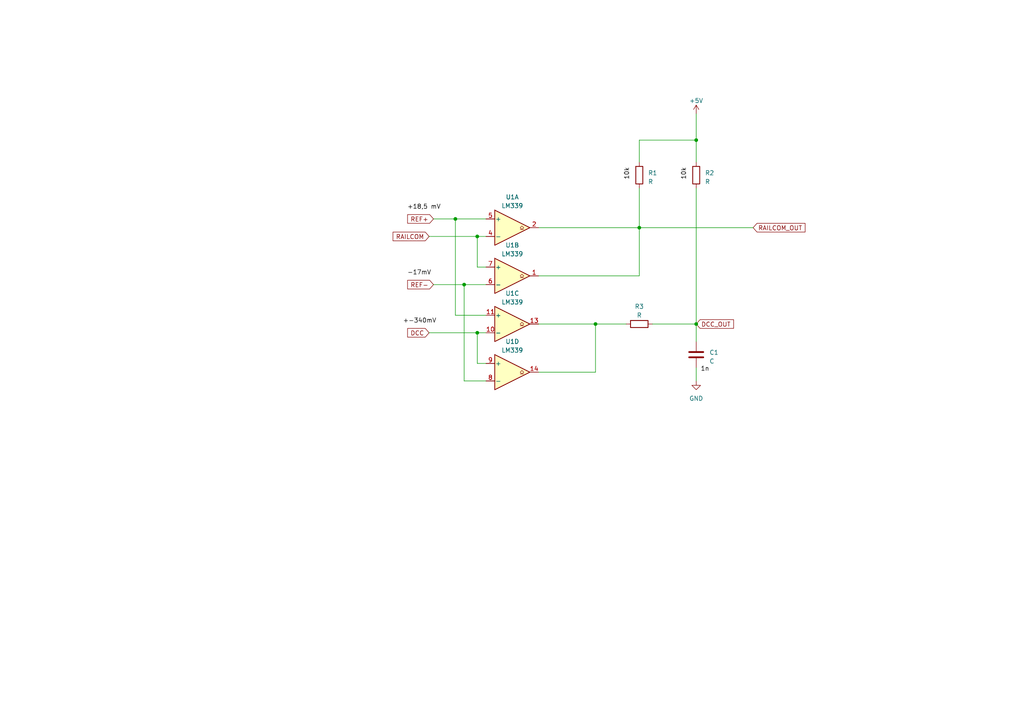
<source format=kicad_sch>
(kicad_sch (version 20230121) (generator eeschema)
  (paper "A4")
  (lib_symbols
    (symbol "Comparator:LM339" (pin_names (offset 0.127))
      (property "Reference" "U" (at 0 5.08 0))
      (property "Value" "LM339" (at 0 -5.08 0))
      (symbol "LM339_1_1"
        (polyline (pts (xy -5.08 5.08) (xy 5.08 0) (xy -5.08 -5.08) (xy -5.08 5.08)) (stroke (width 0.254)) (fill (type background)))
        (polyline (pts (xy 3.302 -0.508) (xy 2.794 -0.508) (xy 3.302 0) (xy 2.794 0.508) (xy 2.286 0) (xy 2.794 -0.508) (xy 2.286 -0.508)) (stroke (width 0.127)))
        (pin open_collector line (at 7.62 0 180) (length 2.54) (name "~") (number "2"))
        (pin input line (at -7.62 -2.54 0) (length 2.54) (name "-") (number "4"))
        (pin input line (at -7.62 2.54 0) (length 2.54) (name "+") (number "5"))
      )
      (symbol "LM339_2_1"
        (polyline (pts (xy -5.08 5.08) (xy 5.08 0) (xy -5.08 -5.08) (xy -5.08 5.08)) (stroke (width 0.254)) (fill (type background)))
        (polyline (pts (xy 3.302 -0.508) (xy 2.794 -0.508) (xy 3.302 0) (xy 2.794 0.508) (xy 2.286 0) (xy 2.794 -0.508) (xy 2.286 -0.508)) (stroke (width 0.127)))
        (pin open_collector line (at 7.62 0 180) (length 2.54) (name "~") (number "1"))
        (pin input line (at -7.62 -2.54 0) (length 2.54) (name "-") (number "6"))
        (pin input line (at -7.62 2.54 0) (length 2.54) (name "+") (number "7"))
      )
      (symbol "LM339_3_1"
        (polyline (pts (xy -5.08 5.08) (xy 5.08 0) (xy -5.08 -5.08) (xy -5.08 5.08)) (stroke (width 0.254)) (fill (type background)))
        (polyline (pts (xy 3.302 -0.508) (xy 2.794 -0.508) (xy 3.302 0) (xy 2.794 0.508) (xy 2.286 0) (xy 2.794 -0.508) (xy 2.286 -0.508)) (stroke (width 0.127)))
        (pin input line (at -7.62 -2.54 0) (length 2.54) (name "-") (number "10"))
        (pin input line (at -7.62 2.54 0) (length 2.54) (name "+") (number "11"))
        (pin open_collector line (at 7.62 0 180) (length 2.54) (name "~") (number "13"))
      )
      (symbol "LM339_4_1"
        (polyline (pts (xy -5.08 5.08) (xy 5.08 0) (xy -5.08 -5.08) (xy -5.08 5.08)) (stroke (width 0.254)) (fill (type background)))
        (polyline (pts (xy 3.302 -0.508) (xy 2.794 -0.508) (xy 3.302 0) (xy 2.794 0.508) (xy 2.286 0) (xy 2.794 -0.508) (xy 2.286 -0.508)) (stroke (width 0.127)))
        (pin open_collector line (at 7.62 0 180) (length 2.54) (name "~") (number "14"))
        (pin input line (at -7.62 -2.54 0) (length 2.54) (name "-") (number "8"))
        (pin input line (at -7.62 2.54 0) (length 2.54) (name "+") (number "9"))
      )
      (symbol "LM339_5_1"
        (pin power_in line (at -2.54 -7.62 90) (length 3.81) (name "V-") (number "12"))
        (pin power_in line (at -2.54 7.62 270) (length 3.81) (name "V+") (number "3"))
      )
    )
    (symbol "Device:C" (pin_numbers hide) (pin_names (offset 0.254))
      (property "Reference" "C" (at 0.635 2.54 0))
      (property "Value" "C" (at 0.635 -2.54 0))
      (symbol "C_0_1"
        (polyline (pts (xy -2.032 -0.762) (xy 2.032 -0.762)) (stroke (width 0.508)))
        (polyline (pts (xy -2.032 0.762) (xy 2.032 0.762)) (stroke (width 0.508)))
      )
      (symbol "C_1_1"
        (pin passive line (at 0 3.81 270) (length 2.794) (name "~") (number "1"))
        (pin passive line (at 0 -3.81 90) (length 2.794) (name "~") (number "2"))
      )
    )
    (symbol "Device:R" (pin_numbers hide) (pin_names (offset 0))
      (property "Reference" "R" (at 2.032 0 90))
      (property "Value" "R" (at 0 0 90))
      (symbol "R_0_1"
        (rectangle (start -1.016 -2.54) (end 1.016 2.54) (stroke (width 0.254)))
      )
      (symbol "R_1_1"
        (pin passive line (at 0 3.81 270) (length 1.27) (name "~") (number "1"))
        (pin passive line (at 0 -3.81 90) (length 1.27) (name "~") (number "2"))
      )
    )
    (symbol "power:+5V" (power) (pin_names (offset 0))
      (property "Value" "+5V" (at 0 3.556 0))
      (symbol "+5V_0_1"
        (polyline (pts (xy -0.762 1.27) (xy 0 2.54)))
        (polyline (pts (xy 0 0) (xy 0 2.54)))
        (polyline (pts (xy 0 2.54) (xy 0.762 1.27)))
      )
      (symbol "+5V_1_1"
        (pin power_in line (at 0 0 90) (length 0) hide (name "+5V") (number "1"))
      )
    )
    (symbol "power:GND" (power) (pin_names (offset 0))
      (property "Value" "GND" (at 0 -3.81 0))
      (symbol "GND_0_1"
        (polyline (pts (xy 0 0) (xy 0 -1.27) (xy 1.27 -1.27) (xy 0 -2.54) (xy -1.27 -1.27) (xy 0 -1.27)))
      )
      (symbol "GND_1_1"
        (pin power_in line (at 0 0 270) (length 0) hide (name "GND") (number "1"))
      )
    )
  )
  (junction (at 138.43 96.52))
  (junction (at 172.72 93.98))
  (junction (at 138.43 68.58))
  (junction (at 185.42 66.04))
  (junction (at 132.08 63.5))
  (junction (at 201.93 40.64))
  (junction (at 134.62 82.55))
  (junction (at 201.93 93.98))
  (wire (pts (xy 201.93 33.02) (xy 201.93 40.64)))
  (wire (pts (xy 201.93 40.64) (xy 201.93 46.99)))
  (wire (pts (xy 156.21 93.98) (xy 172.72 93.98)))
  (wire (pts (xy 172.72 107.95) (xy 172.72 93.98)))
  (wire (pts (xy 124.46 96.52) (xy 138.43 96.52)))
  (wire (pts (xy 125.73 63.5) (xy 132.08 63.5)))
  (wire (pts (xy 140.97 110.49) (xy 134.62 110.49)))
  (wire (pts (xy 201.93 106.68) (xy 201.93 110.49)))
  (wire (pts (xy 201.93 93.98) (xy 201.93 99.06)))
  (wire (pts (xy 156.21 66.04) (xy 185.42 66.04)))
  (wire (pts (xy 132.08 63.5) (xy 140.97 63.5)))
  (wire (pts (xy 140.97 91.44) (xy 132.08 91.44)))
  (wire (pts (xy 138.43 105.41) (xy 138.43 96.52)))
  (wire (pts (xy 185.42 40.64) (xy 185.42 46.99)))
  (wire (pts (xy 134.62 110.49) (xy 134.62 82.55)))
  (wire (pts (xy 125.73 82.55) (xy 134.62 82.55)))
  (wire (pts (xy 185.42 66.04) (xy 218.44 66.04)))
  (wire (pts (xy 140.97 77.47) (xy 138.43 77.47)))
  (wire (pts (xy 138.43 96.52) (xy 140.97 96.52)))
  (wire (pts (xy 156.21 107.95) (xy 172.72 107.95)))
  (wire (pts (xy 185.42 54.61) (xy 185.42 66.04)))
  (wire (pts (xy 185.42 66.04) (xy 185.42 80.01)))
  (wire (pts (xy 189.23 93.98) (xy 201.93 93.98)))
  (wire (pts (xy 140.97 105.41) (xy 138.43 105.41)))
  (wire (pts (xy 134.62 82.55) (xy 140.97 82.55)))
  (wire (pts (xy 156.21 80.01) (xy 185.42 80.01)))
  (wire (pts (xy 201.93 54.61) (xy 201.93 93.98)))
  (wire (pts (xy 172.72 93.98) (xy 181.61 93.98)))
  (wire (pts (xy 138.43 77.47) (xy 138.43 68.58)))
  (wire (pts (xy 124.46 68.58) (xy 138.43 68.58)))
  (wire (pts (xy 132.08 91.44) (xy 132.08 63.5)))
  (wire (pts (xy 138.43 68.58) (xy 140.97 68.58)))
  (wire (pts (xy 201.93 40.64) (xy 185.42 40.64)))
  (label "10k" (at 199.39 52.07 90))
  (label "+-340mV" (at 116.84 93.98 0))
  (label "-17mV" (at 118.11 80.01 0))
  (label "10k" (at 182.88 52.07 90))
  (label "1n" (at 203.2 107.95 0))
  (label "+18,5 mV" (at 118.11 60.96 0))
  (global_label "RAILCOM" (shape input) (at 124.46 68.58 180) (property "Intersheetrefs" "${INTERSHEET_REFS}" (effects hide)))
  (global_label "DCC" (shape input) (at 124.46 96.52 180) (property "Intersheetrefs" "${INTERSHEET_REFS}" (effects hide)))
  (global_label "REF+" (shape input) (at 125.73 63.5 180) (property "Intersheetrefs" "${INTERSHEET_REFS}" (effects hide)))
  (global_label "REF-" (shape input) (at 125.73 82.55 180) (property "Intersheetrefs" "${INTERSHEET_REFS}" (effects hide)))
  (global_label "RAILCOM_OUT" (shape input) (at 218.44 66.04 0) (property "Intersheetrefs" "${INTERSHEET_REFS}" (effects hide)))
  (global_label "DCC_OUT" (shape input) (at 201.93 93.98 0) (property "Intersheetrefs" "${INTERSHEET_REFS}" (effects hide)))
  (symbol (lib_id "Comparator:LM339") (at 148.59 80.01 0) (unit 2)
    (property "Reference" "U1" (at 148.59 71.12 0))
    (property "Value" "LM339" (at 148.59 73.66 0))
    (property "Datasheet" "https://www.st.com/resource/en/datasheet/lm139.pdf" (effects hide))
  )
  (symbol (lib_id "Comparator:LM339") (at 148.59 107.95 0) (unit 4)
    (property "Reference" "U1" (at 148.59 99.06 0))
    (property "Value" "LM339" (at 148.59 101.6 0))
    (property "Datasheet" "https://www.st.com/resource/en/datasheet/lm139.pdf" (effects hide))
  )
  (symbol (lib_id "Device:R") (at 201.93 50.8 0) (unit 1)
    (property "Reference" "R2" (at 204.47 50.165 0) (effects (justify left)))
    (property "Value" "R" (at 204.47 52.705 0) (effects (justify left)))
  )
  (symbol (lib_id "Device:R") (at 185.42 93.98 270) (unit 1)
    (property "Reference" "R3" (at 185.42 88.9 90))
    (property "Value" "R" (at 185.42 91.44 90))
  )
  (symbol (lib_id "Comparator:LM339") (at 148.59 93.98 0) (unit 3)
    (property "Reference" "U1" (at 148.59 85.09 0))
    (property "Value" "LM339" (at 148.59 87.63 0))
    (property "Datasheet" "https://www.st.com/resource/en/datasheet/lm139.pdf" (effects hide))
  )
  (symbol (lib_id "power:+5V") (at 201.93 33.02 0) (unit 1)
    (property "Reference" "#PWR02" (effects hide))
    (property "Value" "+5V" (at 201.93 29.21 0))
  )
  (symbol (lib_id "Device:R") (at 185.42 50.8 0) (unit 1)
    (property "Reference" "R1" (at 187.96 50.165 0) (effects (justify left)))
    (property "Value" "R" (at 187.96 52.705 0) (effects (justify left)))
  )
  (symbol (lib_id "Comparator:LM339") (at 148.59 66.04 0) (unit 1)
    (property "Reference" "U1" (at 148.59 57.15 0))
    (property "Value" "LM339" (at 148.59 59.69 0))
    (property "Datasheet" "https://www.st.com/resource/en/datasheet/lm139.pdf" (effects hide))
  )
  (symbol (lib_id "power:GND") (at 201.93 110.49 0) (unit 1)
    (property "Reference" "#PWR01" (effects hide))
    (property "Value" "GND" (at 201.93 115.57 0))
  )
  (symbol (lib_id "Device:C") (at 201.93 102.87 0) (unit 1)
    (property "Reference" "C1" (at 205.74 102.235 0) (effects (justify left)))
    (property "Value" "C" (at 205.74 104.775 0) (effects (justify left)))
  )
)
</source>
